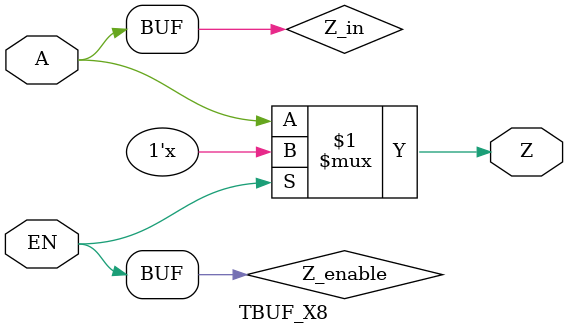
<source format=v>
module TBUF_X8 (A, EN, Z);
  input A;
  input EN;
  output Z;
  bufif0(Z, Z_in, Z_enable);
  buf(Z_enable, EN);
  buf(Z_in, A);
  specify
    (A => Z) = (0.1, 0.1);
    (EN => Z) = (0.1, 0.1);
  endspecify
endmodule
</source>
